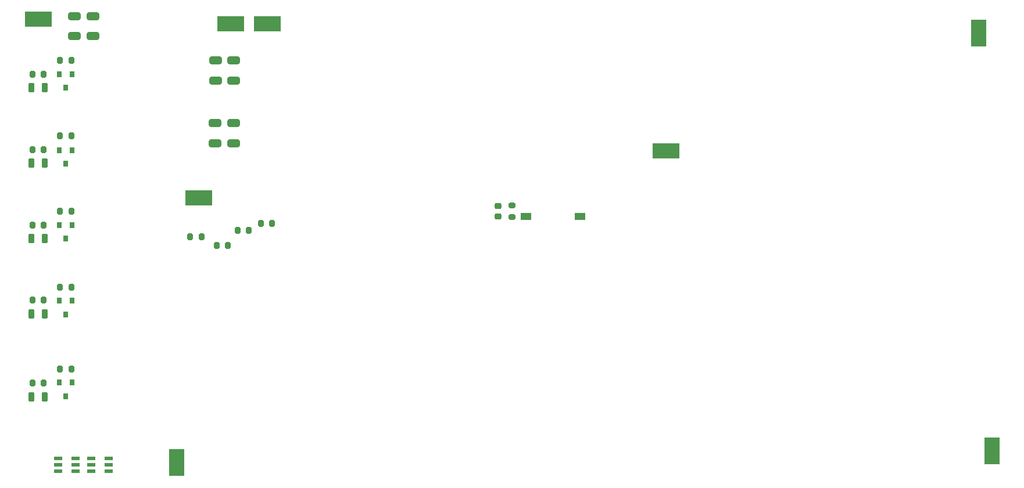
<source format=gtp>
G04 #@! TF.GenerationSoftware,KiCad,Pcbnew,8.0.3*
G04 #@! TF.CreationDate,2024-07-10T11:58:07-07:00*
G04 #@! TF.ProjectId,maveric-board,6d617665-7269-4632-9d62-6f6172642e6b,rev?*
G04 #@! TF.SameCoordinates,Original*
G04 #@! TF.FileFunction,Paste,Top*
G04 #@! TF.FilePolarity,Positive*
%FSLAX46Y46*%
G04 Gerber Fmt 4.6, Leading zero omitted, Abs format (unit mm)*
G04 Created by KiCad (PCBNEW 8.0.3) date 2024-07-10 11:58:07*
%MOMM*%
%LPD*%
G01*
G04 APERTURE LIST*
G04 Aperture macros list*
%AMRoundRect*
0 Rectangle with rounded corners*
0 $1 Rounding radius*
0 $2 $3 $4 $5 $6 $7 $8 $9 X,Y pos of 4 corners*
0 Add a 4 corners polygon primitive as box body*
4,1,4,$2,$3,$4,$5,$6,$7,$8,$9,$2,$3,0*
0 Add four circle primitives for the rounded corners*
1,1,$1+$1,$2,$3*
1,1,$1+$1,$4,$5*
1,1,$1+$1,$6,$7*
1,1,$1+$1,$8,$9*
0 Add four rect primitives between the rounded corners*
20,1,$1+$1,$2,$3,$4,$5,0*
20,1,$1+$1,$4,$5,$6,$7,0*
20,1,$1+$1,$6,$7,$8,$9,0*
20,1,$1+$1,$8,$9,$2,$3,0*%
G04 Aperture macros list end*
%ADD10RoundRect,0.200000X0.200000X0.275000X-0.200000X0.275000X-0.200000X-0.275000X0.200000X-0.275000X0*%
%ADD11R,4.000000X2.200000*%
%ADD12RoundRect,0.250000X0.650000X-0.325000X0.650000X0.325000X-0.650000X0.325000X-0.650000X-0.325000X0*%
%ADD13RoundRect,0.225000X0.250000X-0.225000X0.250000X0.225000X-0.250000X0.225000X-0.250000X-0.225000X0*%
%ADD14R,2.200000X4.000000*%
%ADD15RoundRect,0.200000X-0.200000X-0.275000X0.200000X-0.275000X0.200000X0.275000X-0.200000X0.275000X0*%
%ADD16RoundRect,0.215000X0.215000X0.465000X-0.215000X0.465000X-0.215000X-0.465000X0.215000X-0.465000X0*%
%ADD17R,0.800000X0.900000*%
%ADD18RoundRect,0.072500X-0.532500X-0.217500X0.532500X-0.217500X0.532500X0.217500X-0.532500X0.217500X0*%
%ADD19RoundRect,0.200000X0.275000X-0.200000X0.275000X0.200000X-0.275000X0.200000X-0.275000X-0.200000X0*%
%ADD20R,1.500000X1.000000*%
G04 APERTURE END LIST*
D10*
X47825000Y-48000000D03*
X46175000Y-48000000D03*
D11*
X66400000Y-68100000D03*
D12*
X48300000Y-44475000D03*
X48300000Y-41525000D03*
D11*
X134500000Y-61200000D03*
D12*
X51000000Y-44475000D03*
X51000000Y-41525000D03*
D10*
X77100000Y-71800000D03*
X75450000Y-71800000D03*
D13*
X110000000Y-70775000D03*
X110000000Y-69225000D03*
D10*
X47825000Y-81080010D03*
X46175000Y-81080010D03*
D14*
X180000000Y-44000000D03*
D15*
X42175000Y-95080010D03*
X43825000Y-95080010D03*
X42175000Y-83000000D03*
X43825000Y-83000000D03*
X42175000Y-61000000D03*
X43825000Y-61000000D03*
D16*
X43975000Y-52000000D03*
X42025000Y-52000000D03*
X43975000Y-63000000D03*
X42025000Y-63000000D03*
D10*
X73725000Y-72800000D03*
X72075000Y-72800000D03*
D17*
X47000000Y-63080010D03*
X47950000Y-61080010D03*
X46050000Y-61080010D03*
D11*
X76375000Y-42675000D03*
D18*
X50745000Y-106050000D03*
X50745000Y-107000000D03*
X50745000Y-107950000D03*
X53255000Y-107950000D03*
X53255000Y-107000000D03*
X53255000Y-106050000D03*
D10*
X47825000Y-93000000D03*
X46175000Y-93000000D03*
D17*
X47000000Y-74000000D03*
X47950000Y-72000000D03*
X46050000Y-72000000D03*
D16*
X43975000Y-74000010D03*
X42025000Y-74000010D03*
D14*
X182000000Y-105000000D03*
D16*
X43975000Y-85000000D03*
X42025000Y-85000000D03*
D10*
X47825000Y-59000000D03*
X46175000Y-59000000D03*
D15*
X42175000Y-50000000D03*
X43825000Y-50000000D03*
D17*
X47000000Y-85080010D03*
X47950000Y-83080010D03*
X46050000Y-83080010D03*
D10*
X47825000Y-70000000D03*
X46175000Y-70000000D03*
D19*
X112000000Y-70825000D03*
X112000000Y-69175000D03*
D12*
X71500000Y-50975000D03*
X71500000Y-48025000D03*
X68900000Y-50975000D03*
X68900000Y-48025000D03*
D16*
X43975000Y-97080010D03*
X42025000Y-97080010D03*
D17*
X47000000Y-52000000D03*
X47950000Y-50000000D03*
X46050000Y-50000000D03*
D15*
X42175000Y-72000010D03*
X43825000Y-72000010D03*
D11*
X71100000Y-42675000D03*
D14*
X63200000Y-106700000D03*
D18*
X45945000Y-106050000D03*
X45945000Y-107000000D03*
X45945000Y-107950000D03*
X48455000Y-107950000D03*
X48455000Y-107000000D03*
X48455000Y-106050000D03*
D12*
X68800000Y-60075000D03*
X68800000Y-57125000D03*
D10*
X66825000Y-73700000D03*
X65175000Y-73700000D03*
D11*
X43000000Y-42000000D03*
D12*
X71500000Y-60075000D03*
X71500000Y-57125000D03*
D20*
X114050000Y-70750000D03*
X121950000Y-70750000D03*
D10*
X70650000Y-75000000D03*
X69000000Y-75000000D03*
D17*
X47000000Y-97000000D03*
X47950000Y-95000000D03*
X46050000Y-95000000D03*
M02*

</source>
